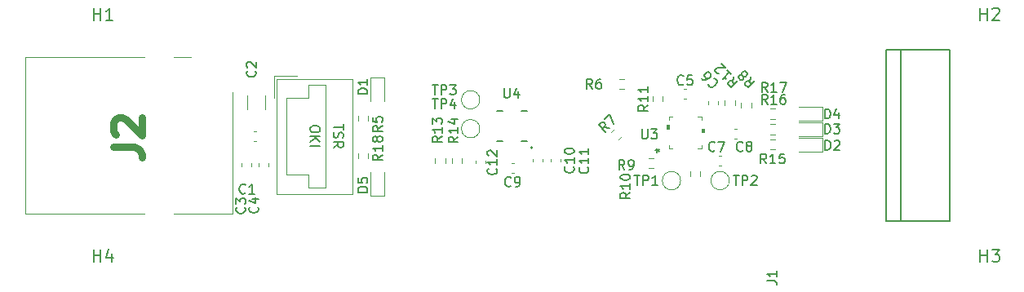
<source format=gbr>
%TF.GenerationSoftware,KiCad,Pcbnew,(6.0.1)*%
%TF.CreationDate,2022-11-25T01:31:12-06:00*%
%TF.ProjectId,NavBoard_Hardware,4e617642-6f61-4726-945f-486172647761,rev?*%
%TF.SameCoordinates,Original*%
%TF.FileFunction,Legend,Top*%
%TF.FilePolarity,Positive*%
%FSLAX46Y46*%
G04 Gerber Fmt 4.6, Leading zero omitted, Abs format (unit mm)*
G04 Created by KiCad (PCBNEW (6.0.1)) date 2022-11-25 01:31:12*
%MOMM*%
%LPD*%
G01*
G04 APERTURE LIST*
%ADD10C,0.150000*%
%ADD11C,0.750000*%
%ADD12C,0.120000*%
%ADD13C,0.100000*%
%ADD14C,0.127000*%
%ADD15C,0.200000*%
G04 APERTURE END LIST*
D10*
%TO.C,R10*%
X116002380Y-76492857D02*
X115526190Y-76826190D01*
X116002380Y-77064285D02*
X115002380Y-77064285D01*
X115002380Y-76683333D01*
X115050000Y-76588095D01*
X115097619Y-76540476D01*
X115192857Y-76492857D01*
X115335714Y-76492857D01*
X115430952Y-76540476D01*
X115478571Y-76588095D01*
X115526190Y-76683333D01*
X115526190Y-77064285D01*
X116002380Y-75540476D02*
X116002380Y-76111904D01*
X116002380Y-75826190D02*
X115002380Y-75826190D01*
X115145238Y-75921428D01*
X115240476Y-76016666D01*
X115288095Y-76111904D01*
X115002380Y-74921428D02*
X115002380Y-74826190D01*
X115050000Y-74730952D01*
X115097619Y-74683333D01*
X115192857Y-74635714D01*
X115383333Y-74588095D01*
X115621428Y-74588095D01*
X115811904Y-74635714D01*
X115907142Y-74683333D01*
X115954761Y-74730952D01*
X116002380Y-74826190D01*
X116002380Y-74921428D01*
X115954761Y-75016666D01*
X115907142Y-75064285D01*
X115811904Y-75111904D01*
X115621428Y-75159523D01*
X115383333Y-75159523D01*
X115192857Y-75111904D01*
X115097619Y-75064285D01*
X115050000Y-75016666D01*
X115002380Y-74921428D01*
%TO.C,C5*%
X121533333Y-65207142D02*
X121485714Y-65254761D01*
X121342857Y-65302380D01*
X121247619Y-65302380D01*
X121104761Y-65254761D01*
X121009523Y-65159523D01*
X120961904Y-65064285D01*
X120914285Y-64873809D01*
X120914285Y-64730952D01*
X120961904Y-64540476D01*
X121009523Y-64445238D01*
X121104761Y-64350000D01*
X121247619Y-64302380D01*
X121342857Y-64302380D01*
X121485714Y-64350000D01*
X121533333Y-64397619D01*
X122438095Y-64302380D02*
X121961904Y-64302380D01*
X121914285Y-64778571D01*
X121961904Y-64730952D01*
X122057142Y-64683333D01*
X122295238Y-64683333D01*
X122390476Y-64730952D01*
X122438095Y-64778571D01*
X122485714Y-64873809D01*
X122485714Y-65111904D01*
X122438095Y-65207142D01*
X122390476Y-65254761D01*
X122295238Y-65302380D01*
X122057142Y-65302380D01*
X121961904Y-65254761D01*
X121914285Y-65207142D01*
%TO.C,TP3*%
X95488095Y-65302380D02*
X96059523Y-65302380D01*
X95773809Y-66302380D02*
X95773809Y-65302380D01*
X96392857Y-66302380D02*
X96392857Y-65302380D01*
X96773809Y-65302380D01*
X96869047Y-65350000D01*
X96916666Y-65397619D01*
X96964285Y-65492857D01*
X96964285Y-65635714D01*
X96916666Y-65730952D01*
X96869047Y-65778571D01*
X96773809Y-65826190D01*
X96392857Y-65826190D01*
X97297619Y-65302380D02*
X97916666Y-65302380D01*
X97583333Y-65683333D01*
X97726190Y-65683333D01*
X97821428Y-65730952D01*
X97869047Y-65778571D01*
X97916666Y-65873809D01*
X97916666Y-66111904D01*
X97869047Y-66207142D01*
X97821428Y-66254761D01*
X97726190Y-66302380D01*
X97440476Y-66302380D01*
X97345238Y-66254761D01*
X97297619Y-66207142D01*
%TO.C,R17*%
X130257142Y-66052380D02*
X129923809Y-65576190D01*
X129685714Y-66052380D02*
X129685714Y-65052380D01*
X130066666Y-65052380D01*
X130161904Y-65100000D01*
X130209523Y-65147619D01*
X130257142Y-65242857D01*
X130257142Y-65385714D01*
X130209523Y-65480952D01*
X130161904Y-65528571D01*
X130066666Y-65576190D01*
X129685714Y-65576190D01*
X131209523Y-66052380D02*
X130638095Y-66052380D01*
X130923809Y-66052380D02*
X130923809Y-65052380D01*
X130828571Y-65195238D01*
X130733333Y-65290476D01*
X130638095Y-65338095D01*
X131542857Y-65052380D02*
X132209523Y-65052380D01*
X131780952Y-66052380D01*
%TO.C,U2*%
X86227619Y-69375595D02*
X86227619Y-69947023D01*
X85227619Y-69661309D02*
X86227619Y-69661309D01*
X85275238Y-70232738D02*
X85227619Y-70375595D01*
X85227619Y-70613690D01*
X85275238Y-70708928D01*
X85322857Y-70756547D01*
X85418095Y-70804166D01*
X85513333Y-70804166D01*
X85608571Y-70756547D01*
X85656190Y-70708928D01*
X85703809Y-70613690D01*
X85751428Y-70423214D01*
X85799047Y-70327976D01*
X85846666Y-70280357D01*
X85941904Y-70232738D01*
X86037142Y-70232738D01*
X86132380Y-70280357D01*
X86180000Y-70327976D01*
X86227619Y-70423214D01*
X86227619Y-70661309D01*
X86180000Y-70804166D01*
X85227619Y-71804166D02*
X85703809Y-71470833D01*
X85227619Y-71232738D02*
X86227619Y-71232738D01*
X86227619Y-71613690D01*
X86180000Y-71708928D01*
X86132380Y-71756547D01*
X86037142Y-71804166D01*
X85894285Y-71804166D01*
X85799047Y-71756547D01*
X85751428Y-71708928D01*
X85703809Y-71613690D01*
X85703809Y-71232738D01*
X83827619Y-69804166D02*
X83827619Y-69994642D01*
X83780000Y-70089880D01*
X83684761Y-70185119D01*
X83494285Y-70232738D01*
X83160952Y-70232738D01*
X82970476Y-70185119D01*
X82875238Y-70089880D01*
X82827619Y-69994642D01*
X82827619Y-69804166D01*
X82875238Y-69708928D01*
X82970476Y-69613690D01*
X83160952Y-69566071D01*
X83494285Y-69566071D01*
X83684761Y-69613690D01*
X83780000Y-69708928D01*
X83827619Y-69804166D01*
X82827619Y-70661309D02*
X83827619Y-70661309D01*
X82827619Y-71232738D02*
X83399047Y-70804166D01*
X83827619Y-71232738D02*
X83256190Y-70661309D01*
X82827619Y-71661309D02*
X83827619Y-71661309D01*
%TO.C,U3*%
X117238095Y-69890950D02*
X117238095Y-70700474D01*
X117285714Y-70795712D01*
X117333333Y-70843331D01*
X117428571Y-70890950D01*
X117619047Y-70890950D01*
X117714285Y-70843331D01*
X117761904Y-70795712D01*
X117809523Y-70700474D01*
X117809523Y-69890950D01*
X118190476Y-69890950D02*
X118809523Y-69890950D01*
X118476190Y-70271903D01*
X118619047Y-70271903D01*
X118714285Y-70319522D01*
X118761904Y-70367141D01*
X118809523Y-70462379D01*
X118809523Y-70700474D01*
X118761904Y-70795712D01*
X118714285Y-70843331D01*
X118619047Y-70890950D01*
X118333333Y-70890950D01*
X118238095Y-70843331D01*
X118190476Y-70795712D01*
X118602380Y-72100000D02*
X118840476Y-72100000D01*
X118745238Y-72338095D02*
X118840476Y-72100000D01*
X118745238Y-71861904D01*
X119030952Y-72242857D02*
X118840476Y-72100000D01*
X119030952Y-71957142D01*
X118602380Y-72100000D02*
X118840476Y-72100000D01*
X118745238Y-72338095D02*
X118840476Y-72100000D01*
X118745238Y-71861904D01*
X119030952Y-72242857D02*
X118840476Y-72100000D01*
X119030952Y-71957142D01*
%TO.C,C1*%
X76083333Y-76507142D02*
X76035714Y-76554761D01*
X75892857Y-76602380D01*
X75797619Y-76602380D01*
X75654761Y-76554761D01*
X75559523Y-76459523D01*
X75511904Y-76364285D01*
X75464285Y-76173809D01*
X75464285Y-76030952D01*
X75511904Y-75840476D01*
X75559523Y-75745238D01*
X75654761Y-75650000D01*
X75797619Y-75602380D01*
X75892857Y-75602380D01*
X76035714Y-75650000D01*
X76083333Y-75697619D01*
X77035714Y-76602380D02*
X76464285Y-76602380D01*
X76750000Y-76602380D02*
X76750000Y-75602380D01*
X76654761Y-75745238D01*
X76559523Y-75840476D01*
X76464285Y-75888095D01*
%TO.C,C12*%
X102107142Y-73992857D02*
X102154761Y-74040476D01*
X102202380Y-74183333D01*
X102202380Y-74278571D01*
X102154761Y-74421428D01*
X102059523Y-74516666D01*
X101964285Y-74564285D01*
X101773809Y-74611904D01*
X101630952Y-74611904D01*
X101440476Y-74564285D01*
X101345238Y-74516666D01*
X101250000Y-74421428D01*
X101202380Y-74278571D01*
X101202380Y-74183333D01*
X101250000Y-74040476D01*
X101297619Y-73992857D01*
X102202380Y-73040476D02*
X102202380Y-73611904D01*
X102202380Y-73326190D02*
X101202380Y-73326190D01*
X101345238Y-73421428D01*
X101440476Y-73516666D01*
X101488095Y-73611904D01*
X101297619Y-72659523D02*
X101250000Y-72611904D01*
X101202380Y-72516666D01*
X101202380Y-72278571D01*
X101250000Y-72183333D01*
X101297619Y-72135714D01*
X101392857Y-72088095D01*
X101488095Y-72088095D01*
X101630952Y-72135714D01*
X102202380Y-72707142D01*
X102202380Y-72088095D01*
%TO.C,TP2*%
X126738095Y-74702380D02*
X127309523Y-74702380D01*
X127023809Y-75702380D02*
X127023809Y-74702380D01*
X127642857Y-75702380D02*
X127642857Y-74702380D01*
X128023809Y-74702380D01*
X128119047Y-74750000D01*
X128166666Y-74797619D01*
X128214285Y-74892857D01*
X128214285Y-75035714D01*
X128166666Y-75130952D01*
X128119047Y-75178571D01*
X128023809Y-75226190D01*
X127642857Y-75226190D01*
X128595238Y-74797619D02*
X128642857Y-74750000D01*
X128738095Y-74702380D01*
X128976190Y-74702380D01*
X129071428Y-74750000D01*
X129119047Y-74797619D01*
X129166666Y-74892857D01*
X129166666Y-74988095D01*
X129119047Y-75130952D01*
X128547619Y-75702380D01*
X129166666Y-75702380D01*
%TO.C,TP4*%
X95488095Y-66752380D02*
X96059523Y-66752380D01*
X95773809Y-67752380D02*
X95773809Y-66752380D01*
X96392857Y-67752380D02*
X96392857Y-66752380D01*
X96773809Y-66752380D01*
X96869047Y-66800000D01*
X96916666Y-66847619D01*
X96964285Y-66942857D01*
X96964285Y-67085714D01*
X96916666Y-67180952D01*
X96869047Y-67228571D01*
X96773809Y-67276190D01*
X96392857Y-67276190D01*
X97821428Y-67085714D02*
X97821428Y-67752380D01*
X97583333Y-66704761D02*
X97345238Y-67419047D01*
X97964285Y-67419047D01*
%TO.C,R16*%
X130257142Y-67302380D02*
X129923809Y-66826190D01*
X129685714Y-67302380D02*
X129685714Y-66302380D01*
X130066666Y-66302380D01*
X130161904Y-66350000D01*
X130209523Y-66397619D01*
X130257142Y-66492857D01*
X130257142Y-66635714D01*
X130209523Y-66730952D01*
X130161904Y-66778571D01*
X130066666Y-66826190D01*
X129685714Y-66826190D01*
X131209523Y-67302380D02*
X130638095Y-67302380D01*
X130923809Y-67302380D02*
X130923809Y-66302380D01*
X130828571Y-66445238D01*
X130733333Y-66540476D01*
X130638095Y-66588095D01*
X132066666Y-66302380D02*
X131876190Y-66302380D01*
X131780952Y-66350000D01*
X131733333Y-66397619D01*
X131638095Y-66540476D01*
X131590476Y-66730952D01*
X131590476Y-67111904D01*
X131638095Y-67207142D01*
X131685714Y-67254761D01*
X131780952Y-67302380D01*
X131971428Y-67302380D01*
X132066666Y-67254761D01*
X132114285Y-67207142D01*
X132161904Y-67111904D01*
X132161904Y-66873809D01*
X132114285Y-66778571D01*
X132066666Y-66730952D01*
X131971428Y-66683333D01*
X131780952Y-66683333D01*
X131685714Y-66730952D01*
X131638095Y-66778571D01*
X131590476Y-66873809D01*
%TO.C,C2*%
X77107142Y-63866666D02*
X77154761Y-63914285D01*
X77202380Y-64057142D01*
X77202380Y-64152380D01*
X77154761Y-64295238D01*
X77059523Y-64390476D01*
X76964285Y-64438095D01*
X76773809Y-64485714D01*
X76630952Y-64485714D01*
X76440476Y-64438095D01*
X76345238Y-64390476D01*
X76250000Y-64295238D01*
X76202380Y-64152380D01*
X76202380Y-64057142D01*
X76250000Y-63914285D01*
X76297619Y-63866666D01*
X76297619Y-63485714D02*
X76250000Y-63438095D01*
X76202380Y-63342857D01*
X76202380Y-63104761D01*
X76250000Y-63009523D01*
X76297619Y-62961904D01*
X76392857Y-62914285D01*
X76488095Y-62914285D01*
X76630952Y-62961904D01*
X77202380Y-63533333D01*
X77202380Y-62914285D01*
%TO.C,D5*%
X88752380Y-76438095D02*
X87752380Y-76438095D01*
X87752380Y-76200000D01*
X87800000Y-76057142D01*
X87895238Y-75961904D01*
X87990476Y-75914285D01*
X88180952Y-75866666D01*
X88323809Y-75866666D01*
X88514285Y-75914285D01*
X88609523Y-75961904D01*
X88704761Y-76057142D01*
X88752380Y-76200000D01*
X88752380Y-76438095D01*
X87752380Y-74961904D02*
X87752380Y-75438095D01*
X88228571Y-75485714D01*
X88180952Y-75438095D01*
X88133333Y-75342857D01*
X88133333Y-75104761D01*
X88180952Y-75009523D01*
X88228571Y-74961904D01*
X88323809Y-74914285D01*
X88561904Y-74914285D01*
X88657142Y-74961904D01*
X88704761Y-75009523D01*
X88752380Y-75104761D01*
X88752380Y-75342857D01*
X88704761Y-75438095D01*
X88657142Y-75485714D01*
%TO.C,C9*%
X103633333Y-75757142D02*
X103585714Y-75804761D01*
X103442857Y-75852380D01*
X103347619Y-75852380D01*
X103204761Y-75804761D01*
X103109523Y-75709523D01*
X103061904Y-75614285D01*
X103014285Y-75423809D01*
X103014285Y-75280952D01*
X103061904Y-75090476D01*
X103109523Y-74995238D01*
X103204761Y-74900000D01*
X103347619Y-74852380D01*
X103442857Y-74852380D01*
X103585714Y-74900000D01*
X103633333Y-74947619D01*
X104109523Y-75852380D02*
X104300000Y-75852380D01*
X104395238Y-75804761D01*
X104442857Y-75757142D01*
X104538095Y-75614285D01*
X104585714Y-75423809D01*
X104585714Y-75042857D01*
X104538095Y-74947619D01*
X104490476Y-74900000D01*
X104395238Y-74852380D01*
X104204761Y-74852380D01*
X104109523Y-74900000D01*
X104061904Y-74947619D01*
X104014285Y-75042857D01*
X104014285Y-75280952D01*
X104061904Y-75376190D01*
X104109523Y-75423809D01*
X104204761Y-75471428D01*
X104395238Y-75471428D01*
X104490476Y-75423809D01*
X104538095Y-75376190D01*
X104585714Y-75280952D01*
%TO.C,U4*%
X102938095Y-65652380D02*
X102938095Y-66461904D01*
X102985714Y-66557142D01*
X103033333Y-66604761D01*
X103128571Y-66652380D01*
X103319047Y-66652380D01*
X103414285Y-66604761D01*
X103461904Y-66557142D01*
X103509523Y-66461904D01*
X103509523Y-65652380D01*
X104414285Y-65985714D02*
X104414285Y-66652380D01*
X104176190Y-65604761D02*
X103938095Y-66319047D01*
X104557142Y-66319047D01*
%TO.C,H3*%
X152332380Y-83674523D02*
X152332380Y-82404523D01*
X152332380Y-83009285D02*
X153058095Y-83009285D01*
X153058095Y-83674523D02*
X153058095Y-82404523D01*
X153541904Y-82404523D02*
X154328095Y-82404523D01*
X153904761Y-82888333D01*
X154086190Y-82888333D01*
X154207142Y-82948809D01*
X154267619Y-83009285D01*
X154328095Y-83130238D01*
X154328095Y-83432619D01*
X154267619Y-83553571D01*
X154207142Y-83614047D01*
X154086190Y-83674523D01*
X153723333Y-83674523D01*
X153602380Y-83614047D01*
X153541904Y-83553571D01*
%TO.C,D2*%
X136261904Y-72052380D02*
X136261904Y-71052380D01*
X136500000Y-71052380D01*
X136642857Y-71100000D01*
X136738095Y-71195238D01*
X136785714Y-71290476D01*
X136833333Y-71480952D01*
X136833333Y-71623809D01*
X136785714Y-71814285D01*
X136738095Y-71909523D01*
X136642857Y-72004761D01*
X136500000Y-72052380D01*
X136261904Y-72052380D01*
X137214285Y-71147619D02*
X137261904Y-71100000D01*
X137357142Y-71052380D01*
X137595238Y-71052380D01*
X137690476Y-71100000D01*
X137738095Y-71147619D01*
X137785714Y-71242857D01*
X137785714Y-71338095D01*
X137738095Y-71480952D01*
X137166666Y-72052380D01*
X137785714Y-72052380D01*
%TO.C,C8*%
X127683333Y-72107142D02*
X127635714Y-72154761D01*
X127492857Y-72202380D01*
X127397619Y-72202380D01*
X127254761Y-72154761D01*
X127159523Y-72059523D01*
X127111904Y-71964285D01*
X127064285Y-71773809D01*
X127064285Y-71630952D01*
X127111904Y-71440476D01*
X127159523Y-71345238D01*
X127254761Y-71250000D01*
X127397619Y-71202380D01*
X127492857Y-71202380D01*
X127635714Y-71250000D01*
X127683333Y-71297619D01*
X128254761Y-71630952D02*
X128159523Y-71583333D01*
X128111904Y-71535714D01*
X128064285Y-71440476D01*
X128064285Y-71392857D01*
X128111904Y-71297619D01*
X128159523Y-71250000D01*
X128254761Y-71202380D01*
X128445238Y-71202380D01*
X128540476Y-71250000D01*
X128588095Y-71297619D01*
X128635714Y-71392857D01*
X128635714Y-71440476D01*
X128588095Y-71535714D01*
X128540476Y-71583333D01*
X128445238Y-71630952D01*
X128254761Y-71630952D01*
X128159523Y-71678571D01*
X128111904Y-71726190D01*
X128064285Y-71821428D01*
X128064285Y-72011904D01*
X128111904Y-72107142D01*
X128159523Y-72154761D01*
X128254761Y-72202380D01*
X128445238Y-72202380D01*
X128540476Y-72154761D01*
X128588095Y-72107142D01*
X128635714Y-72011904D01*
X128635714Y-71821428D01*
X128588095Y-71726190D01*
X128540476Y-71678571D01*
X128445238Y-71630952D01*
%TO.C,R18*%
X90302380Y-72542857D02*
X89826190Y-72876190D01*
X90302380Y-73114285D02*
X89302380Y-73114285D01*
X89302380Y-72733333D01*
X89350000Y-72638095D01*
X89397619Y-72590476D01*
X89492857Y-72542857D01*
X89635714Y-72542857D01*
X89730952Y-72590476D01*
X89778571Y-72638095D01*
X89826190Y-72733333D01*
X89826190Y-73114285D01*
X90302380Y-71590476D02*
X90302380Y-72161904D01*
X90302380Y-71876190D02*
X89302380Y-71876190D01*
X89445238Y-71971428D01*
X89540476Y-72066666D01*
X89588095Y-72161904D01*
X89730952Y-71019047D02*
X89683333Y-71114285D01*
X89635714Y-71161904D01*
X89540476Y-71209523D01*
X89492857Y-71209523D01*
X89397619Y-71161904D01*
X89350000Y-71114285D01*
X89302380Y-71019047D01*
X89302380Y-70828571D01*
X89350000Y-70733333D01*
X89397619Y-70685714D01*
X89492857Y-70638095D01*
X89540476Y-70638095D01*
X89635714Y-70685714D01*
X89683333Y-70733333D01*
X89730952Y-70828571D01*
X89730952Y-71019047D01*
X89778571Y-71114285D01*
X89826190Y-71161904D01*
X89921428Y-71209523D01*
X90111904Y-71209523D01*
X90207142Y-71161904D01*
X90254761Y-71114285D01*
X90302380Y-71019047D01*
X90302380Y-70828571D01*
X90254761Y-70733333D01*
X90207142Y-70685714D01*
X90111904Y-70638095D01*
X89921428Y-70638095D01*
X89826190Y-70685714D01*
X89778571Y-70733333D01*
X89730952Y-70828571D01*
%TO.C,R9*%
X115433333Y-74102380D02*
X115100000Y-73626190D01*
X114861904Y-74102380D02*
X114861904Y-73102380D01*
X115242857Y-73102380D01*
X115338095Y-73150000D01*
X115385714Y-73197619D01*
X115433333Y-73292857D01*
X115433333Y-73435714D01*
X115385714Y-73530952D01*
X115338095Y-73578571D01*
X115242857Y-73626190D01*
X114861904Y-73626190D01*
X115909523Y-74102380D02*
X116100000Y-74102380D01*
X116195238Y-74054761D01*
X116242857Y-74007142D01*
X116338095Y-73864285D01*
X116385714Y-73673809D01*
X116385714Y-73292857D01*
X116338095Y-73197619D01*
X116290476Y-73150000D01*
X116195238Y-73102380D01*
X116004761Y-73102380D01*
X115909523Y-73150000D01*
X115861904Y-73197619D01*
X115814285Y-73292857D01*
X115814285Y-73530952D01*
X115861904Y-73626190D01*
X115909523Y-73673809D01*
X116004761Y-73721428D01*
X116195238Y-73721428D01*
X116290476Y-73673809D01*
X116338095Y-73626190D01*
X116385714Y-73530952D01*
%TO.C,R13*%
X96502380Y-70642857D02*
X96026190Y-70976190D01*
X96502380Y-71214285D02*
X95502380Y-71214285D01*
X95502380Y-70833333D01*
X95550000Y-70738095D01*
X95597619Y-70690476D01*
X95692857Y-70642857D01*
X95835714Y-70642857D01*
X95930952Y-70690476D01*
X95978571Y-70738095D01*
X96026190Y-70833333D01*
X96026190Y-71214285D01*
X96502380Y-69690476D02*
X96502380Y-70261904D01*
X96502380Y-69976190D02*
X95502380Y-69976190D01*
X95645238Y-70071428D01*
X95740476Y-70166666D01*
X95788095Y-70261904D01*
X95502380Y-69357142D02*
X95502380Y-68738095D01*
X95883333Y-69071428D01*
X95883333Y-68928571D01*
X95930952Y-68833333D01*
X95978571Y-68785714D01*
X96073809Y-68738095D01*
X96311904Y-68738095D01*
X96407142Y-68785714D01*
X96454761Y-68833333D01*
X96502380Y-68928571D01*
X96502380Y-69214285D01*
X96454761Y-69309523D01*
X96407142Y-69357142D01*
%TO.C,H2*%
X152332380Y-58574523D02*
X152332380Y-57304523D01*
X152332380Y-57909285D02*
X153058095Y-57909285D01*
X153058095Y-58574523D02*
X153058095Y-57304523D01*
X153602380Y-57425476D02*
X153662857Y-57365000D01*
X153783809Y-57304523D01*
X154086190Y-57304523D01*
X154207142Y-57365000D01*
X154267619Y-57425476D01*
X154328095Y-57546428D01*
X154328095Y-57667380D01*
X154267619Y-57848809D01*
X153541904Y-58574523D01*
X154328095Y-58574523D01*
%TO.C,D4*%
X136211904Y-68802380D02*
X136211904Y-67802380D01*
X136450000Y-67802380D01*
X136592857Y-67850000D01*
X136688095Y-67945238D01*
X136735714Y-68040476D01*
X136783333Y-68230952D01*
X136783333Y-68373809D01*
X136735714Y-68564285D01*
X136688095Y-68659523D01*
X136592857Y-68754761D01*
X136450000Y-68802380D01*
X136211904Y-68802380D01*
X137640476Y-68135714D02*
X137640476Y-68802380D01*
X137402380Y-67754761D02*
X137164285Y-68469047D01*
X137783333Y-68469047D01*
%TO.C,D3*%
X136211904Y-70352380D02*
X136211904Y-69352380D01*
X136450000Y-69352380D01*
X136592857Y-69400000D01*
X136688095Y-69495238D01*
X136735714Y-69590476D01*
X136783333Y-69780952D01*
X136783333Y-69923809D01*
X136735714Y-70114285D01*
X136688095Y-70209523D01*
X136592857Y-70304761D01*
X136450000Y-70352380D01*
X136211904Y-70352380D01*
X137116666Y-69352380D02*
X137735714Y-69352380D01*
X137402380Y-69733333D01*
X137545238Y-69733333D01*
X137640476Y-69780952D01*
X137688095Y-69828571D01*
X137735714Y-69923809D01*
X137735714Y-70161904D01*
X137688095Y-70257142D01*
X137640476Y-70304761D01*
X137545238Y-70352380D01*
X137259523Y-70352380D01*
X137164285Y-70304761D01*
X137116666Y-70257142D01*
%TO.C,R15*%
X130144642Y-73452380D02*
X129811309Y-72976190D01*
X129573214Y-73452380D02*
X129573214Y-72452380D01*
X129954166Y-72452380D01*
X130049404Y-72500000D01*
X130097023Y-72547619D01*
X130144642Y-72642857D01*
X130144642Y-72785714D01*
X130097023Y-72880952D01*
X130049404Y-72928571D01*
X129954166Y-72976190D01*
X129573214Y-72976190D01*
X131097023Y-73452380D02*
X130525595Y-73452380D01*
X130811309Y-73452380D02*
X130811309Y-72452380D01*
X130716071Y-72595238D01*
X130620833Y-72690476D01*
X130525595Y-72738095D01*
X132001785Y-72452380D02*
X131525595Y-72452380D01*
X131477976Y-72928571D01*
X131525595Y-72880952D01*
X131620833Y-72833333D01*
X131858928Y-72833333D01*
X131954166Y-72880952D01*
X132001785Y-72928571D01*
X132049404Y-73023809D01*
X132049404Y-73261904D01*
X132001785Y-73357142D01*
X131954166Y-73404761D01*
X131858928Y-73452380D01*
X131620833Y-73452380D01*
X131525595Y-73404761D01*
X131477976Y-73357142D01*
%TO.C,R14*%
X98152380Y-70692857D02*
X97676190Y-71026190D01*
X98152380Y-71264285D02*
X97152380Y-71264285D01*
X97152380Y-70883333D01*
X97200000Y-70788095D01*
X97247619Y-70740476D01*
X97342857Y-70692857D01*
X97485714Y-70692857D01*
X97580952Y-70740476D01*
X97628571Y-70788095D01*
X97676190Y-70883333D01*
X97676190Y-71264285D01*
X98152380Y-69740476D02*
X98152380Y-70311904D01*
X98152380Y-70026190D02*
X97152380Y-70026190D01*
X97295238Y-70121428D01*
X97390476Y-70216666D01*
X97438095Y-70311904D01*
X97485714Y-68883333D02*
X98152380Y-68883333D01*
X97104761Y-69121428D02*
X97819047Y-69359523D01*
X97819047Y-68740476D01*
%TO.C,C3*%
X76007142Y-78016666D02*
X76054761Y-78064285D01*
X76102380Y-78207142D01*
X76102380Y-78302380D01*
X76054761Y-78445238D01*
X75959523Y-78540476D01*
X75864285Y-78588095D01*
X75673809Y-78635714D01*
X75530952Y-78635714D01*
X75340476Y-78588095D01*
X75245238Y-78540476D01*
X75150000Y-78445238D01*
X75102380Y-78302380D01*
X75102380Y-78207142D01*
X75150000Y-78064285D01*
X75197619Y-78016666D01*
X75102380Y-77683333D02*
X75102380Y-77064285D01*
X75483333Y-77397619D01*
X75483333Y-77254761D01*
X75530952Y-77159523D01*
X75578571Y-77111904D01*
X75673809Y-77064285D01*
X75911904Y-77064285D01*
X76007142Y-77111904D01*
X76054761Y-77159523D01*
X76102380Y-77254761D01*
X76102380Y-77540476D01*
X76054761Y-77635714D01*
X76007142Y-77683333D01*
%TO.C,C11*%
X111607142Y-73842857D02*
X111654761Y-73890476D01*
X111702380Y-74033333D01*
X111702380Y-74128571D01*
X111654761Y-74271428D01*
X111559523Y-74366666D01*
X111464285Y-74414285D01*
X111273809Y-74461904D01*
X111130952Y-74461904D01*
X110940476Y-74414285D01*
X110845238Y-74366666D01*
X110750000Y-74271428D01*
X110702380Y-74128571D01*
X110702380Y-74033333D01*
X110750000Y-73890476D01*
X110797619Y-73842857D01*
X111702380Y-72890476D02*
X111702380Y-73461904D01*
X111702380Y-73176190D02*
X110702380Y-73176190D01*
X110845238Y-73271428D01*
X110940476Y-73366666D01*
X110988095Y-73461904D01*
X111702380Y-71938095D02*
X111702380Y-72509523D01*
X111702380Y-72223809D02*
X110702380Y-72223809D01*
X110845238Y-72319047D01*
X110940476Y-72414285D01*
X110988095Y-72509523D01*
%TO.C,C6*%
X124670389Y-64615312D02*
X124737732Y-64615312D01*
X124872419Y-64682656D01*
X124939763Y-64750000D01*
X125007106Y-64884687D01*
X125007106Y-65019374D01*
X124973435Y-65120389D01*
X124872419Y-65288748D01*
X124771404Y-65389763D01*
X124603045Y-65490778D01*
X124502030Y-65524450D01*
X124367343Y-65524450D01*
X124232656Y-65457106D01*
X124165312Y-65389763D01*
X124097969Y-65255076D01*
X124097969Y-65187732D01*
X123424534Y-64648984D02*
X123559221Y-64783671D01*
X123660236Y-64817343D01*
X123727580Y-64817343D01*
X123895938Y-64783671D01*
X124064297Y-64682656D01*
X124333671Y-64413282D01*
X124367343Y-64312267D01*
X124367343Y-64244923D01*
X124333671Y-64143908D01*
X124198984Y-64009221D01*
X124097969Y-63975549D01*
X124030625Y-63975549D01*
X123929610Y-64009221D01*
X123761251Y-64177580D01*
X123727580Y-64278595D01*
X123727580Y-64345938D01*
X123761251Y-64446954D01*
X123895938Y-64581641D01*
X123996954Y-64615312D01*
X124064297Y-64615312D01*
X124165312Y-64581641D01*
%TO.C,C7*%
X124783333Y-72107142D02*
X124735714Y-72154761D01*
X124592857Y-72202380D01*
X124497619Y-72202380D01*
X124354761Y-72154761D01*
X124259523Y-72059523D01*
X124211904Y-71964285D01*
X124164285Y-71773809D01*
X124164285Y-71630952D01*
X124211904Y-71440476D01*
X124259523Y-71345238D01*
X124354761Y-71250000D01*
X124497619Y-71202380D01*
X124592857Y-71202380D01*
X124735714Y-71250000D01*
X124783333Y-71297619D01*
X125116666Y-71202380D02*
X125783333Y-71202380D01*
X125354761Y-72202380D01*
%TO.C,C4*%
X77357142Y-77966666D02*
X77404761Y-78014285D01*
X77452380Y-78157142D01*
X77452380Y-78252380D01*
X77404761Y-78395238D01*
X77309523Y-78490476D01*
X77214285Y-78538095D01*
X77023809Y-78585714D01*
X76880952Y-78585714D01*
X76690476Y-78538095D01*
X76595238Y-78490476D01*
X76500000Y-78395238D01*
X76452380Y-78252380D01*
X76452380Y-78157142D01*
X76500000Y-78014285D01*
X76547619Y-77966666D01*
X76785714Y-77109523D02*
X77452380Y-77109523D01*
X76404761Y-77347619D02*
X77119047Y-77585714D01*
X77119047Y-76966666D01*
%TO.C,C10*%
X110107142Y-73792857D02*
X110154761Y-73840476D01*
X110202380Y-73983333D01*
X110202380Y-74078571D01*
X110154761Y-74221428D01*
X110059523Y-74316666D01*
X109964285Y-74364285D01*
X109773809Y-74411904D01*
X109630952Y-74411904D01*
X109440476Y-74364285D01*
X109345238Y-74316666D01*
X109250000Y-74221428D01*
X109202380Y-74078571D01*
X109202380Y-73983333D01*
X109250000Y-73840476D01*
X109297619Y-73792857D01*
X110202380Y-72840476D02*
X110202380Y-73411904D01*
X110202380Y-73126190D02*
X109202380Y-73126190D01*
X109345238Y-73221428D01*
X109440476Y-73316666D01*
X109488095Y-73411904D01*
X109202380Y-72221428D02*
X109202380Y-72126190D01*
X109250000Y-72030952D01*
X109297619Y-71983333D01*
X109392857Y-71935714D01*
X109583333Y-71888095D01*
X109821428Y-71888095D01*
X110011904Y-71935714D01*
X110107142Y-71983333D01*
X110154761Y-72030952D01*
X110202380Y-72126190D01*
X110202380Y-72221428D01*
X110154761Y-72316666D01*
X110107142Y-72364285D01*
X110011904Y-72411904D01*
X109821428Y-72459523D01*
X109583333Y-72459523D01*
X109392857Y-72411904D01*
X109297619Y-72364285D01*
X109250000Y-72316666D01*
X109202380Y-72221428D01*
%TO.C,TP1*%
X116438095Y-74702380D02*
X117009523Y-74702380D01*
X116723809Y-75702380D02*
X116723809Y-74702380D01*
X117342857Y-75702380D02*
X117342857Y-74702380D01*
X117723809Y-74702380D01*
X117819047Y-74750000D01*
X117866666Y-74797619D01*
X117914285Y-74892857D01*
X117914285Y-75035714D01*
X117866666Y-75130952D01*
X117819047Y-75178571D01*
X117723809Y-75226190D01*
X117342857Y-75226190D01*
X118866666Y-75702380D02*
X118295238Y-75702380D01*
X118580952Y-75702380D02*
X118580952Y-74702380D01*
X118485714Y-74845238D01*
X118390476Y-74940476D01*
X118295238Y-74988095D01*
%TO.C,R12*%
X126774450Y-64434687D02*
X126673435Y-65007106D01*
X127178511Y-64838748D02*
X126471404Y-65545854D01*
X126202030Y-65276480D01*
X126168358Y-65175465D01*
X126168358Y-65108122D01*
X126202030Y-65007106D01*
X126303045Y-64906091D01*
X126404061Y-64872419D01*
X126471404Y-64872419D01*
X126572419Y-64906091D01*
X126841793Y-65175465D01*
X126101015Y-63761251D02*
X126505076Y-64165312D01*
X126303045Y-63963282D02*
X125595938Y-64670389D01*
X125764297Y-64636717D01*
X125898984Y-64636717D01*
X126000000Y-64670389D01*
X125191877Y-64131641D02*
X125124534Y-64131641D01*
X125023519Y-64097969D01*
X124855160Y-63929610D01*
X124821488Y-63828595D01*
X124821488Y-63761251D01*
X124855160Y-63660236D01*
X124922503Y-63592893D01*
X125057190Y-63525549D01*
X125865312Y-63525549D01*
X125427580Y-63087816D01*
%TO.C,H1*%
X60332380Y-58574523D02*
X60332380Y-57304523D01*
X60332380Y-57909285D02*
X61058095Y-57909285D01*
X61058095Y-58574523D02*
X61058095Y-57304523D01*
X62328095Y-58574523D02*
X61602380Y-58574523D01*
X61965238Y-58574523D02*
X61965238Y-57304523D01*
X61844285Y-57485952D01*
X61723333Y-57606904D01*
X61602380Y-57667380D01*
%TO.C,R5*%
X90302380Y-69566666D02*
X89826190Y-69900000D01*
X90302380Y-70138095D02*
X89302380Y-70138095D01*
X89302380Y-69757142D01*
X89350000Y-69661904D01*
X89397619Y-69614285D01*
X89492857Y-69566666D01*
X89635714Y-69566666D01*
X89730952Y-69614285D01*
X89778571Y-69661904D01*
X89826190Y-69757142D01*
X89826190Y-70138095D01*
X89302380Y-68661904D02*
X89302380Y-69138095D01*
X89778571Y-69185714D01*
X89730952Y-69138095D01*
X89683333Y-69042857D01*
X89683333Y-68804761D01*
X89730952Y-68709523D01*
X89778571Y-68661904D01*
X89873809Y-68614285D01*
X90111904Y-68614285D01*
X90207142Y-68661904D01*
X90254761Y-68709523D01*
X90302380Y-68804761D01*
X90302380Y-69042857D01*
X90254761Y-69138095D01*
X90207142Y-69185714D01*
D11*
%TO.C,J2*%
X62352142Y-71720000D02*
X64495000Y-71720000D01*
X64923571Y-71862857D01*
X65209285Y-72148571D01*
X65352142Y-72577142D01*
X65352142Y-72862857D01*
X62637857Y-70434285D02*
X62495000Y-70291428D01*
X62352142Y-70005714D01*
X62352142Y-69291428D01*
X62495000Y-69005714D01*
X62637857Y-68862857D01*
X62923571Y-68720000D01*
X63209285Y-68720000D01*
X63637857Y-68862857D01*
X65352142Y-70577142D01*
X65352142Y-68720000D01*
D10*
%TO.C,H4*%
X60332380Y-83674523D02*
X60332380Y-82404523D01*
X60332380Y-83009285D02*
X61058095Y-83009285D01*
X61058095Y-83674523D02*
X61058095Y-82404523D01*
X62207142Y-82827857D02*
X62207142Y-83674523D01*
X61904761Y-82344047D02*
X61602380Y-83251190D01*
X62388571Y-83251190D01*
%TO.C,R8*%
X128537732Y-64447969D02*
X128436717Y-65020389D01*
X128941793Y-64852030D02*
X128234687Y-65559137D01*
X127965312Y-65289763D01*
X127931641Y-65188748D01*
X127931641Y-65121404D01*
X127965312Y-65020389D01*
X128066328Y-64919374D01*
X128167343Y-64885702D01*
X128234687Y-64885702D01*
X128335702Y-64919374D01*
X128605076Y-65188748D01*
X127729610Y-64447969D02*
X127763282Y-64548984D01*
X127763282Y-64616328D01*
X127729610Y-64717343D01*
X127695938Y-64751015D01*
X127594923Y-64784687D01*
X127527580Y-64784687D01*
X127426564Y-64751015D01*
X127291877Y-64616328D01*
X127258206Y-64515312D01*
X127258206Y-64447969D01*
X127291877Y-64346954D01*
X127325549Y-64313282D01*
X127426564Y-64279610D01*
X127493908Y-64279610D01*
X127594923Y-64313282D01*
X127729610Y-64447969D01*
X127830625Y-64481641D01*
X127897969Y-64481641D01*
X127998984Y-64447969D01*
X128133671Y-64313282D01*
X128167343Y-64212267D01*
X128167343Y-64144923D01*
X128133671Y-64043908D01*
X127998984Y-63909221D01*
X127897969Y-63875549D01*
X127830625Y-63875549D01*
X127729610Y-63909221D01*
X127594923Y-64043908D01*
X127561251Y-64144923D01*
X127561251Y-64212267D01*
X127594923Y-64313282D01*
%TO.C,R11*%
X117871309Y-67393927D02*
X117395119Y-67727260D01*
X117871309Y-67965355D02*
X116871309Y-67965355D01*
X116871309Y-67584403D01*
X116918929Y-67489165D01*
X116966548Y-67441546D01*
X117061786Y-67393927D01*
X117204643Y-67393927D01*
X117299881Y-67441546D01*
X117347500Y-67489165D01*
X117395119Y-67584403D01*
X117395119Y-67965355D01*
X117871309Y-66441546D02*
X117871309Y-67012974D01*
X117871309Y-66727260D02*
X116871309Y-66727260D01*
X117014167Y-66822498D01*
X117109405Y-66917736D01*
X117157024Y-67012974D01*
X117871309Y-65489165D02*
X117871309Y-66060593D01*
X117871309Y-65774879D02*
X116871309Y-65774879D01*
X117014167Y-65870117D01*
X117109405Y-65965355D01*
X117157024Y-66060593D01*
%TO.C,R7*%
X113852030Y-69787731D02*
X113279610Y-69686716D01*
X113447969Y-70191792D02*
X112740862Y-69484686D01*
X113010236Y-69215311D01*
X113111251Y-69181640D01*
X113178595Y-69181640D01*
X113279610Y-69215311D01*
X113380625Y-69316327D01*
X113414297Y-69417342D01*
X113414297Y-69484686D01*
X113380625Y-69585701D01*
X113111251Y-69855075D01*
X113380625Y-68844922D02*
X113852030Y-68373518D01*
X114256091Y-69383670D01*
%TO.C,R6*%
X112083333Y-65702380D02*
X111750000Y-65226190D01*
X111511904Y-65702380D02*
X111511904Y-64702380D01*
X111892857Y-64702380D01*
X111988095Y-64750000D01*
X112035714Y-64797619D01*
X112083333Y-64892857D01*
X112083333Y-65035714D01*
X112035714Y-65130952D01*
X111988095Y-65178571D01*
X111892857Y-65226190D01*
X111511904Y-65226190D01*
X112940476Y-64702380D02*
X112750000Y-64702380D01*
X112654761Y-64750000D01*
X112607142Y-64797619D01*
X112511904Y-64940476D01*
X112464285Y-65130952D01*
X112464285Y-65511904D01*
X112511904Y-65607142D01*
X112559523Y-65654761D01*
X112654761Y-65702380D01*
X112845238Y-65702380D01*
X112940476Y-65654761D01*
X112988095Y-65607142D01*
X113035714Y-65511904D01*
X113035714Y-65273809D01*
X112988095Y-65178571D01*
X112940476Y-65130952D01*
X112845238Y-65083333D01*
X112654761Y-65083333D01*
X112559523Y-65130952D01*
X112511904Y-65178571D01*
X112464285Y-65273809D01*
%TO.C,D1*%
X88752380Y-66238095D02*
X87752380Y-66238095D01*
X87752380Y-66000000D01*
X87800000Y-65857142D01*
X87895238Y-65761904D01*
X87990476Y-65714285D01*
X88180952Y-65666666D01*
X88323809Y-65666666D01*
X88514285Y-65714285D01*
X88609523Y-65761904D01*
X88704761Y-65857142D01*
X88752380Y-66000000D01*
X88752380Y-66238095D01*
X88752380Y-64714285D02*
X88752380Y-65285714D01*
X88752380Y-65000000D02*
X87752380Y-65000000D01*
X87895238Y-65095238D01*
X87990476Y-65190476D01*
X88038095Y-65285714D01*
%TO.C,J1*%
X130224380Y-85623333D02*
X130938666Y-85623333D01*
X131081523Y-85670952D01*
X131176761Y-85766190D01*
X131224380Y-85909047D01*
X131224380Y-86004285D01*
X131224380Y-84623333D02*
X131224380Y-85194761D01*
X131224380Y-84909047D02*
X130224380Y-84909047D01*
X130367238Y-85004285D01*
X130462476Y-85099523D01*
X130510095Y-85194761D01*
D12*
%TO.C,R10*%
X123271429Y-74283846D02*
X123271429Y-74793294D01*
X122226429Y-74283846D02*
X122226429Y-74793294D01*
%TO.C,C5*%
X121845196Y-65728570D02*
X121552662Y-65728570D01*
X121845196Y-66748570D02*
X121552662Y-66748570D01*
%TO.C,TP3*%
X100405001Y-66850000D02*
G75*
G03*
X100405001Y-66850000I-950000J0D01*
G01*
%TO.C,R17*%
X130532776Y-68822500D02*
X131042224Y-68822500D01*
X130532776Y-67777500D02*
X131042224Y-67777500D01*
%TO.C,U2*%
X84400000Y-65297500D02*
X82620000Y-65297500D01*
X79360000Y-76607500D02*
X79360000Y-64667500D01*
X84400000Y-75967500D02*
X84400000Y-65297500D01*
X80380000Y-66687500D02*
X82620000Y-66687500D01*
X82620000Y-74567500D02*
X80380000Y-74567500D01*
X81480000Y-64337500D02*
X79030000Y-64337500D01*
X87210000Y-76607500D02*
X79360000Y-76607500D01*
X80380000Y-74567500D02*
X80380000Y-66687500D01*
X82620000Y-75967500D02*
X82620000Y-74567500D01*
X82630000Y-75967500D02*
X84400000Y-75967500D01*
X82620000Y-66687500D02*
X82620000Y-65297500D01*
X79030000Y-64337500D02*
X79030000Y-66667500D01*
X79360000Y-64667500D02*
X87210000Y-64667500D01*
X87210000Y-64667500D02*
X87210000Y-76607500D01*
%TO.C,U3*%
X123049774Y-71925329D02*
X123412909Y-71925329D01*
X123412909Y-71925329D02*
X123412909Y-71562194D01*
X120423244Y-68572529D02*
X120060109Y-68572529D01*
X123412909Y-68935664D02*
X123412909Y-68572529D01*
X120060109Y-68572529D02*
X120060109Y-68935664D01*
X120060109Y-71925329D02*
X120423244Y-71925329D01*
X120060109Y-71562194D02*
X120060109Y-71925329D01*
X123412909Y-68572529D02*
X123049774Y-68572529D01*
D13*
X120072809Y-69839430D02*
X119818809Y-69839430D01*
X119818809Y-69839430D02*
X119818809Y-69458430D01*
X119818809Y-69458430D02*
X120072809Y-69458430D01*
X120072809Y-69458430D02*
X120072809Y-69839430D01*
G36*
X120072809Y-69839430D02*
G01*
X119818809Y-69839430D01*
X119818809Y-69458430D01*
X120072809Y-69458430D01*
X120072809Y-69839430D01*
G37*
X120072809Y-69839430D02*
X119818809Y-69839430D01*
X119818809Y-69458430D01*
X120072809Y-69458430D01*
X120072809Y-69839430D01*
X123400209Y-70239429D02*
X123654209Y-70239429D01*
X123654209Y-70239429D02*
X123654209Y-69858429D01*
X123654209Y-69858429D02*
X123400209Y-69858429D01*
X123400209Y-69858429D02*
X123400209Y-70239429D01*
G36*
X123654209Y-70239429D02*
G01*
X123400209Y-70239429D01*
X123400209Y-69858429D01*
X123654209Y-69858429D01*
X123654209Y-70239429D01*
G37*
X123654209Y-70239429D02*
X123400209Y-70239429D01*
X123400209Y-69858429D01*
X123654209Y-69858429D01*
X123654209Y-70239429D01*
D12*
%TO.C,C1*%
X76953733Y-71110000D02*
X77246267Y-71110000D01*
X76953733Y-70090000D02*
X77246267Y-70090000D01*
%TO.C,C12*%
X100965000Y-73166233D02*
X100965000Y-73458767D01*
X99945000Y-73166233D02*
X99945000Y-73458767D01*
%TO.C,TP2*%
X126298929Y-75238570D02*
G75*
G03*
X126298929Y-75238570I-950000J0D01*
G01*
%TO.C,TP4*%
X100405000Y-69850000D02*
G75*
G03*
X100405000Y-69850000I-950000J0D01*
G01*
%TO.C,R16*%
X130532776Y-70422500D02*
X131042224Y-70422500D01*
X130532776Y-69377500D02*
X131042224Y-69377500D01*
%TO.C,C2*%
X78110000Y-66388748D02*
X78110000Y-67811252D01*
X76290000Y-66388748D02*
X76290000Y-67811252D01*
%TO.C,D5*%
X89065000Y-74325001D02*
X89065000Y-76785001D01*
X90535000Y-76785001D02*
X90535000Y-74325001D01*
X89065000Y-76785001D02*
X90535000Y-76785001D01*
%TO.C,C9*%
X104001267Y-74478750D02*
X103708733Y-74478750D01*
X104001267Y-73458750D02*
X103708733Y-73458750D01*
D14*
%TO.C,U4*%
X102205000Y-71100000D02*
X102765000Y-71100000D01*
X105305000Y-68000000D02*
X104745000Y-68000000D01*
X105305000Y-71100000D02*
X104745000Y-71100000D01*
X102205000Y-68000000D02*
X102765000Y-68000000D01*
D15*
X105895000Y-71800000D02*
G75*
G03*
X105895000Y-71800000I-100000J0D01*
G01*
D12*
%TO.C,D2*%
X135947500Y-72235000D02*
X135947500Y-70765000D01*
X133487500Y-72235000D02*
X135947500Y-72235000D01*
X135947500Y-70765000D02*
X133487500Y-70765000D01*
%TO.C,C8*%
X126802662Y-69828570D02*
X127095196Y-69828570D01*
X126802662Y-70848570D02*
X127095196Y-70848570D01*
%TO.C,R18*%
X88822500Y-72954724D02*
X88822500Y-72445276D01*
X87777500Y-72954724D02*
X87777500Y-72445276D01*
%TO.C,R9*%
X118454724Y-73922500D02*
X117945276Y-73922500D01*
X118454724Y-72877500D02*
X117945276Y-72877500D01*
%TO.C,R13*%
X96822500Y-72945276D02*
X96822500Y-73454724D01*
X95777500Y-72945276D02*
X95777500Y-73454724D01*
%TO.C,D4*%
X135947500Y-67565000D02*
X133487500Y-67565000D01*
X133487500Y-69035000D02*
X135947500Y-69035000D01*
X135947500Y-69035000D02*
X135947500Y-67565000D01*
%TO.C,D3*%
X135947500Y-69165000D02*
X133487500Y-69165000D01*
X133487500Y-70635000D02*
X135947500Y-70635000D01*
X135947500Y-70635000D02*
X135947500Y-69165000D01*
%TO.C,R15*%
X130532776Y-72022500D02*
X131042224Y-72022500D01*
X130532776Y-70977500D02*
X131042224Y-70977500D01*
%TO.C,R14*%
X98577501Y-72895276D02*
X98577501Y-73404724D01*
X97532501Y-72895276D02*
X97532501Y-73404724D01*
%TO.C,C3*%
X75690000Y-73453733D02*
X75690000Y-73746267D01*
X76710000Y-73453733D02*
X76710000Y-73746267D01*
%TO.C,C11*%
X107745000Y-73003733D02*
X107745000Y-73296267D01*
X108765000Y-73003733D02*
X108765000Y-73296267D01*
%TO.C,C6*%
X124138929Y-67322337D02*
X124138929Y-67029803D01*
X125158929Y-67322337D02*
X125158929Y-67029803D01*
%TO.C,C7*%
X125202662Y-72628570D02*
X125495196Y-72628570D01*
X125202662Y-73648570D02*
X125495196Y-73648570D01*
%TO.C,C4*%
X78510000Y-73453733D02*
X78510000Y-73746267D01*
X77490000Y-73453733D02*
X77490000Y-73746267D01*
%TO.C,C10*%
X106965000Y-73003734D02*
X106965000Y-73296268D01*
X105945000Y-73003734D02*
X105945000Y-73296268D01*
%TO.C,TP1*%
X121250000Y-75238570D02*
G75*
G03*
X121250000Y-75238570I-950000J0D01*
G01*
%TO.C,R12*%
X126871429Y-67393294D02*
X126871429Y-66883846D01*
X125826429Y-67393294D02*
X125826429Y-66883846D01*
%TO.C,R5*%
X87777500Y-69054724D02*
X87777500Y-68545276D01*
X88822500Y-69054724D02*
X88822500Y-68545276D01*
%TO.C,J2*%
X70425000Y-62430000D02*
X68615000Y-62430000D01*
X74735000Y-78660000D02*
X68615000Y-78660000D01*
X74735000Y-66100000D02*
X74735000Y-78660000D01*
X53215000Y-78660000D02*
X53215000Y-62430000D01*
X65635000Y-78660000D02*
X53215000Y-78660000D01*
X65625000Y-62430000D02*
X53215000Y-62430000D01*
%TO.C,R8*%
X127526429Y-67680794D02*
X127526429Y-67171346D01*
X128571429Y-67680794D02*
X128571429Y-67171346D01*
%TO.C,R11*%
X118326429Y-67005794D02*
X118326429Y-66496346D01*
X119371429Y-67005794D02*
X119371429Y-66496346D01*
%TO.C,R7*%
X114410654Y-69850420D02*
X114050420Y-70210654D01*
X115149580Y-70589346D02*
X114789346Y-70949580D01*
%TO.C,R6*%
X114845276Y-65722500D02*
X115354724Y-65722500D01*
X114845276Y-64677500D02*
X115354724Y-64677500D01*
%TO.C,D1*%
X89065000Y-64514999D02*
X89065000Y-66974999D01*
X90535000Y-64514999D02*
X89065000Y-64514999D01*
X90535000Y-66974999D02*
X90535000Y-64514999D01*
D10*
%TO.C,J1*%
X142548000Y-61660000D02*
X142548000Y-79440000D01*
X142548000Y-79440000D02*
X144072000Y-79440000D01*
X144072000Y-61660000D02*
X142548000Y-61660000D01*
X149152000Y-61660000D02*
X144072000Y-61660000D01*
X149152000Y-79440000D02*
X144072000Y-79440000D01*
X149152000Y-61660000D02*
X149152000Y-79440000D01*
X144072000Y-79440000D02*
X144072000Y-61660000D01*
%TD*%
M02*

</source>
